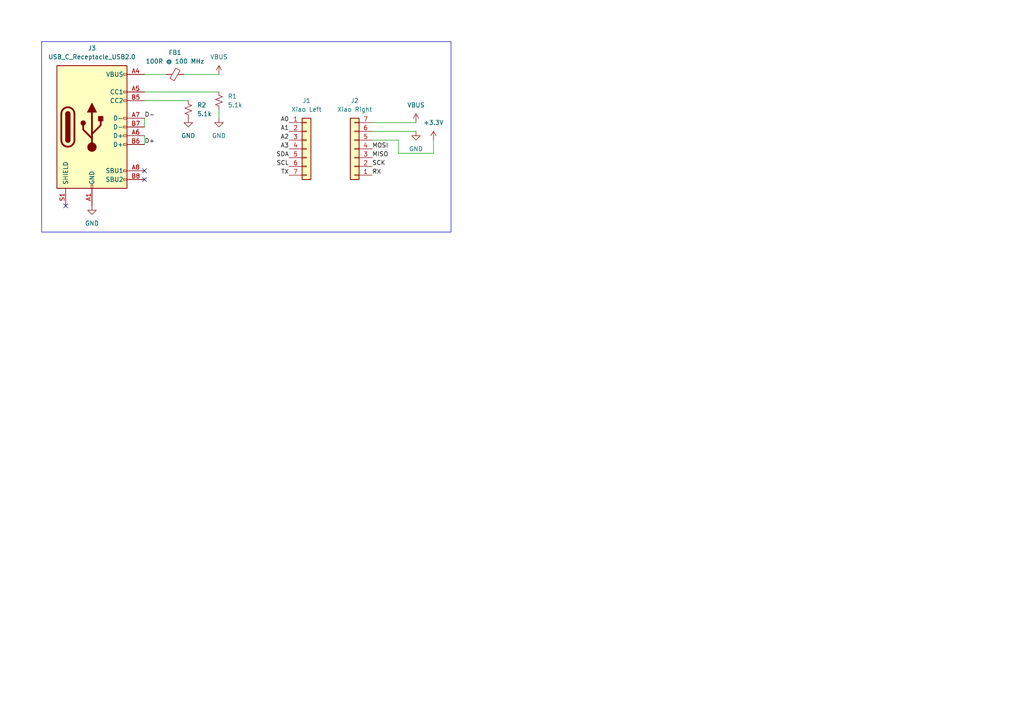
<source format=kicad_sch>
(kicad_sch (version 20230121) (generator eeschema)
  (paper "A4")
  (title_block (title "Seeeduino Xiao/Adafruit QtPY Template") (date "2023-08-07") (rev "A") (company "Lord's Boards"))
  (lib_symbols
    (symbol "Connector:USB_C_Receptacle_USB2.0" (pin_names (offset 1.016))
      (property "Reference" "J" (at -10.16 19.05 0))
      (property "Value" "USB_C_Receptacle_USB2.0" (at 19.05 19.05 0))
      (symbol "USB_C_Receptacle_USB2.0_0_0"
        (rectangle (start -0.254 -17.78) (end 0.254 -16.764))
        (rectangle (start 10.16 -14.986) (end 9.144 -15.494))
        (rectangle (start 10.16 -12.446) (end 9.144 -12.954))
        (rectangle (start 10.16 -4.826) (end 9.144 -5.334))
        (rectangle (start 10.16 -2.286) (end 9.144 -2.794))
        (rectangle (start 10.16 0.254) (end 9.144 -0.254))
        (rectangle (start 10.16 2.794) (end 9.144 2.286))
        (rectangle (start 10.16 7.874) (end 9.144 7.366))
        (rectangle (start 10.16 10.414) (end 9.144 9.906))
        (rectangle (start 10.16 15.494) (end 9.144 14.986))
      )
      (symbol "USB_C_Receptacle_USB2.0_0_1"
        (rectangle (start -10.16 17.78) (end 10.16 -17.78) (stroke (width 0.254)) (fill (type background)))
        (arc (start -8.89 -3.81) (mid -6.985 -5.7067) (end -5.08 -3.81) (stroke (width 0.508)))
        (arc (start -7.62 -3.81) (mid -6.985 -4.4423) (end -6.35 -3.81) (stroke (width 0.254)))
        (arc (start -7.62 -3.81) (mid -6.985 -4.4423) (end -6.35 -3.81) (stroke (width 0.254)) (fill (type outline)))
        (rectangle (start -7.62 -3.81) (end -6.35 3.81) (stroke (width 0.254)) (fill (type outline)))
        (arc (start -6.35 3.81) (mid -6.985 4.4423) (end -7.62 3.81) (stroke (width 0.254)))
        (arc (start -6.35 3.81) (mid -6.985 4.4423) (end -7.62 3.81) (stroke (width 0.254)) (fill (type outline)))
        (arc (start -5.08 3.81) (mid -6.985 5.7067) (end -8.89 3.81) (stroke (width 0.508)))
        (circle (center -2.54 1.143) (radius 0.635) (stroke (width 0.254)) (fill (type outline)))
        (circle (center 0 -5.842) (radius 1.27) (fill (type outline)))
        (polyline (pts (xy -8.89 -3.81) (xy -8.89 3.81)) (stroke (width 0.508)))
        (polyline (pts (xy -5.08 3.81) (xy -5.08 -3.81)) (stroke (width 0.508)))
        (polyline (pts (xy 0 -5.842) (xy 0 4.318)) (stroke (width 0.508)))
        (polyline (pts (xy 0 -3.302) (xy -2.54 -0.762) (xy -2.54 0.508)) (stroke (width 0.508)))
        (polyline (pts (xy 0 -2.032) (xy 2.54 0.508) (xy 2.54 1.778)) (stroke (width 0.508)))
        (polyline (pts (xy -1.27 4.318) (xy 0 6.858) (xy 1.27 4.318) (xy -1.27 4.318)) (stroke (width 0.254)) (fill (type outline)))
        (rectangle (start 1.905 1.778) (end 3.175 3.048) (stroke (width 0.254)) (fill (type outline)))
      )
      (symbol "USB_C_Receptacle_USB2.0_1_1"
        (pin passive line (at 0 -22.86 90) (length 5.08) (name "GND") (number "A1"))
        (pin passive line (at 0 -22.86 90) (length 5.08) hide (name "GND") (number "A12"))
        (pin passive line (at 15.24 15.24 180) (length 5.08) (name "VBUS") (number "A4"))
        (pin bidirectional line (at 15.24 10.16 180) (length 5.08) (name "CC1") (number "A5"))
        (pin bidirectional line (at 15.24 -2.54 180) (length 5.08) (name "D+") (number "A6"))
        (pin bidirectional line (at 15.24 2.54 180) (length 5.08) (name "D-") (number "A7"))
        (pin bidirectional line (at 15.24 -12.7 180) (length 5.08) (name "SBU1") (number "A8"))
        (pin passive line (at 15.24 15.24 180) (length 5.08) hide (name "VBUS") (number "A9"))
        (pin passive line (at 0 -22.86 90) (length 5.08) hide (name "GND") (number "B1"))
        (pin passive line (at 0 -22.86 90) (length 5.08) hide (name "GND") (number "B12"))
        (pin passive line (at 15.24 15.24 180) (length 5.08) hide (name "VBUS") (number "B4"))
        (pin bidirectional line (at 15.24 7.62 180) (length 5.08) (name "CC2") (number "B5"))
        (pin bidirectional line (at 15.24 -5.08 180) (length 5.08) (name "D+") (number "B6"))
        (pin bidirectional line (at 15.24 0 180) (length 5.08) (name "D-") (number "B7"))
        (pin bidirectional line (at 15.24 -15.24 180) (length 5.08) (name "SBU2") (number "B8"))
        (pin passive line (at 15.24 15.24 180) (length 5.08) hide (name "VBUS") (number "B9"))
        (pin passive line (at -7.62 -22.86 90) (length 5.08) (name "SHIELD") (number "S1"))
      )
    )
    (symbol "Connector_Generic:Conn_01x07" (pin_names (offset 1.016) hide)
      (property "Reference" "J" (at 0 10.16 0))
      (property "Value" "Conn_01x07" (at 0 -10.16 0))
      (symbol "Conn_01x07_1_1"
        (rectangle (start -1.27 -7.493) (end 0 -7.747) (stroke (width 0.1524)))
        (rectangle (start -1.27 -4.953) (end 0 -5.207) (stroke (width 0.1524)))
        (rectangle (start -1.27 -2.413) (end 0 -2.667) (stroke (width 0.1524)))
        (rectangle (start -1.27 0.127) (end 0 -0.127) (stroke (width 0.1524)))
        (rectangle (start -1.27 2.667) (end 0 2.413) (stroke (width 0.1524)))
        (rectangle (start -1.27 5.207) (end 0 4.953) (stroke (width 0.1524)))
        (rectangle (start -1.27 7.747) (end 0 7.493) (stroke (width 0.1524)))
        (rectangle (start -1.27 8.89) (end 1.27 -8.89) (stroke (width 0.254)) (fill (type background)))
        (pin passive line (at -5.08 7.62 0) (length 3.81) (name "Pin_1") (number "1"))
        (pin passive line (at -5.08 5.08 0) (length 3.81) (name "Pin_2") (number "2"))
        (pin passive line (at -5.08 2.54 0) (length 3.81) (name "Pin_3") (number "3"))
        (pin passive line (at -5.08 0 0) (length 3.81) (name "Pin_4") (number "4"))
        (pin passive line (at -5.08 -2.54 0) (length 3.81) (name "Pin_5") (number "5"))
        (pin passive line (at -5.08 -5.08 0) (length 3.81) (name "Pin_6") (number "6"))
        (pin passive line (at -5.08 -7.62 0) (length 3.81) (name "Pin_7") (number "7"))
      )
    )
    (symbol "Device:FerriteBead_Small" (pin_numbers hide) (pin_names (offset 0))
      (property "Reference" "FB" (at 1.905 1.27 0))
      (property "Value" "FerriteBead_Small" (at 1.905 -1.27 0))
      (symbol "FerriteBead_Small_0_1"
        (polyline (pts (xy 0 -1.27) (xy 0 -0.7874)))
        (polyline (pts (xy 0 0.889) (xy 0 1.2954)))
        (polyline (pts (xy -1.8288 0.2794) (xy -1.1176 1.4986) (xy 1.8288 -0.2032) (xy 1.1176 -1.4224) (xy -1.8288 0.2794)))
      )
      (symbol "FerriteBead_Small_1_1"
        (pin passive line (at 0 2.54 270) (length 1.27) (name "~") (number "1"))
        (pin passive line (at 0 -2.54 90) (length 1.27) (name "~") (number "2"))
      )
    )
    (symbol "Device:R_Small_US" (pin_numbers hide) (pin_names (offset 0.254) hide)
      (property "Reference" "R" (at 0.762 0.508 0))
      (property "Value" "R_Small_US" (at 0.762 -1.016 0))
      (symbol "R_Small_US_1_1"
        (polyline (pts (xy 0 0) (xy 1.016 -0.381) (xy 0 -0.762) (xy -1.016 -1.143) (xy 0 -1.524)))
        (polyline (pts (xy 0 1.524) (xy 1.016 1.143) (xy 0 0.762) (xy -1.016 0.381) (xy 0 0)))
        (pin passive line (at 0 2.54 270) (length 1.016) (name "~") (number "1"))
        (pin passive line (at 0 -2.54 90) (length 1.016) (name "~") (number "2"))
      )
    )
    (symbol "power:+3.3V" (power) (pin_names (offset 0))
      (property "Value" "+3.3V" (at 0 3.556 0))
      (symbol "+3.3V_0_1"
        (polyline (pts (xy -0.762 1.27) (xy 0 2.54)))
        (polyline (pts (xy 0 0) (xy 0 2.54)))
        (polyline (pts (xy 0 2.54) (xy 0.762 1.27)))
      )
      (symbol "+3.3V_1_1"
        (pin power_in line (at 0 0 90) (length 0) hide (name "+3.3V") (number "1"))
      )
    )
    (symbol "power:GND" (power) (pin_names (offset 0))
      (property "Value" "GND" (at 0 -3.81 0))
      (symbol "GND_0_1"
        (polyline (pts (xy 0 0) (xy 0 -1.27) (xy 1.27 -1.27) (xy 0 -2.54) (xy -1.27 -1.27) (xy 0 -1.27)))
      )
      (symbol "GND_1_1"
        (pin power_in line (at 0 0 270) (length 0) hide (name "GND") (number "1"))
      )
    )
    (symbol "power:VBUS" (power) (pin_names (offset 0))
      (property "Value" "VBUS" (at 0 3.81 0))
      (symbol "VBUS_0_1"
        (polyline (pts (xy -0.762 1.27) (xy 0 2.54)))
        (polyline (pts (xy 0 0) (xy 0 2.54)))
        (polyline (pts (xy 0 2.54) (xy 0.762 1.27)))
      )
      (symbol "VBUS_1_1"
        (pin power_in line (at 0 0 90) (length 0) hide (name "VBUS") (number "1"))
      )
    )
  )
  (no_connect (at 19.05 59.69))
  (no_connect (at 41.91 49.53))
  (no_connect (at 41.91 52.07))
  (wire (pts (xy 120.65 35.56) (xy 107.95 35.56)))
  (wire (pts (xy 41.91 34.29) (xy 41.91 36.83)))
  (wire (pts (xy 115.57 40.64) (xy 107.95 40.64)))
  (wire (pts (xy 115.57 44.45) (xy 115.57 40.64)))
  (wire (pts (xy 63.5 26.67) (xy 41.91 26.67)))
  (wire (pts (xy 63.5 21.59) (xy 53.34 21.59)))
  (wire (pts (xy 125.73 40.64) (xy 125.73 44.45)))
  (wire (pts (xy 125.73 44.45) (xy 115.57 44.45)))
  (wire (pts (xy 41.91 29.21) (xy 54.61 29.21)))
  (wire (pts (xy 48.26 21.59) (xy 41.91 21.59)))
  (wire (pts (xy 63.5 34.29) (xy 63.5 31.75)))
  (wire (pts (xy 41.91 39.37) (xy 41.91 41.91)))
  (wire (pts (xy 120.65 38.1) (xy 107.95 38.1)))
  (rectangle (start 12.065 12.065) (end 130.81 67.31))
  (label "SDA" (at 83.82 45.72 180) (effects (font (size 1.2446 1.2446))))
  (label "A3" (at 83.82 43.18 180) (effects (font (size 1.2446 1.2446))))
  (label "SCL" (at 83.82 48.26 180) (effects (font (size 1.2446 1.2446))))
  (label "A0" (at 83.82 35.56 180) (effects (font (size 1.2446 1.2446))))
  (label "A2" (at 83.82 40.64 180) (effects (font (size 1.2446 1.2446))))
  (label "D+" (at 41.91 41.91 0))
  (label "SCK" (at 107.95 48.26 0) (effects (font (size 1.2446 1.2446))))
  (label "RX" (at 107.95 50.8 0) (effects (font (size 1.2446 1.2446))))
  (label "A1" (at 83.82 38.1 180) (effects (font (size 1.2446 1.2446))))
  (label "MISO" (at 107.95 45.72 0) (effects (font (size 1.2446 1.2446))))
  (label "TX" (at 83.82 50.8 180) (effects (font (size 1.2446 1.2446))))
  (label "MOSI" (at 107.95 43.18 0) (effects (font (size 1.2446 1.2446))))
  (label "D-" (at 41.91 34.29 0))
  (symbol (lib_id "power:GND") (at 26.67 59.69 0) (unit 1)
    (property "Reference" "#PWR03" (effects hide))
    (property "Value" "GND" (at 26.67 64.77 0))
  )
  (symbol (lib_id "power:VBUS") (at 63.5 21.59 0) (unit 1)
    (property "Reference" "#PWR04" (effects hide))
    (property "Value" "VBUS" (at 63.5 16.51 0))
  )
  (symbol (lib_id "power:GND") (at 63.5 34.29 0) (unit 1)
    (property "Reference" "#PWR06" (effects hide))
    (property "Value" "GND" (at 63.5 39.37 0))
  )
  (symbol (lib_id "Device:R_Small_US") (at 63.5 29.21 0) (unit 1)
    (property "Reference" "R1" (at 66.04 27.94 0) (effects (justify left)))
    (property "Value" "5.1k" (at 66.04 30.48 0) (effects (justify left)))
  )
  (symbol (lib_id "Connector_Generic:Conn_01x07") (at 88.9 43.18 0) (unit 1)
    (property "Reference" "J1" (at 88.9 29.21 0))
    (property "Value" "Xiao Left" (at 88.9 31.75 0))
    (property "Footprint" "Xiao:Conn_01x_07_Xiao" (effects hide))
  )
  (symbol (lib_id "Device:R_Small_US") (at 54.61 31.75 0) (unit 1)
    (property "Reference" "R2" (at 57.15 30.48 0) (effects (justify left)))
    (property "Value" "5.1k" (at 57.15 33.02 0) (effects (justify left)))
  )
  (symbol (lib_id "power:+3.3V") (at 125.73 40.64 0) (mirror y) (unit 1)
    (property "Reference" "#PWR02" (effects hide))
    (property "Value" "+3.3V" (at 125.73 35.56 0))
  )
  (symbol (lib_id "power:GND") (at 120.65 38.1 0) (mirror y) (unit 1)
    (property "Reference" "#PWR01" (effects hide))
    (property "Value" "GND" (at 120.65 43.18 0))
  )
  (symbol (lib_id "Connector_Generic:Conn_01x07") (at 102.87 43.18 180) (unit 1)
    (property "Reference" "J2" (at 102.87 29.21 0))
    (property "Value" "Xiao Right" (at 102.87 31.75 0))
    (property "Footprint" "Xiao:Conn_01x_07_Xiao" (effects hide))
  )
  (symbol (lib_id "Device:FerriteBead_Small") (at 50.8 21.59 90) (unit 1)
    (property "Reference" "FB1" (at 50.7619 15.24 90))
    (property "Value" "100R @ 100 MHz" (at 50.7619 17.78 90))
  )
  (symbol (lib_id "power:VBUS") (at 120.65 35.56 0) (mirror y) (unit 1)
    (property "Reference" "#PWR07" (effects hide))
    (property "Value" "VBUS" (at 120.65 30.48 0))
  )
  (symbol (lib_id "Connector:USB_C_Receptacle_USB2.0") (at 26.67 36.83 0) (unit 1)
    (property "Reference" "J3" (at 26.67 13.97 0))
    (property "Value" "USB_C_Receptacle_USB2.0" (at 26.67 16.51 0))
    (property "Footprint" "Connector_USB:USB_C_Receptacle_HRO_TYPE-C-31-M-12" (effects hide))
    (property "Datasheet" "https://www.usb.org/sites/default/files/documents/usb_type-c.zip" (effects hide))
  )
  (symbol (lib_id "power:GND") (at 54.61 34.29 0) (unit 1)
    (property "Reference" "#PWR05" (effects hide))
    (property "Value" "GND" (at 54.61 39.37 0))
  )
)
</source>
